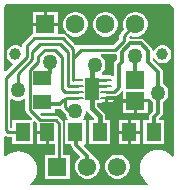
<source format=gtl>
G04*
G04 #@! TF.GenerationSoftware,Altium Limited,Altium Designer,21.2.0 (30)*
G04*
G04 Layer_Physical_Order=1*
G04 Layer_Color=255*
%FSLAX24Y24*%
%MOIN*%
G70*
G04*
G04 #@! TF.SameCoordinates,F2F7C35C-2EFF-4099-9E54-F5DBC4FB75ED*
G04*
G04*
G04 #@! TF.FilePolarity,Positive*
G04*
G01*
G75*
%ADD13C,0.0100*%
%ADD15R,0.0376X0.0095*%
%ADD16C,0.0394*%
G04:AMPARAMS|DCode=17|XSize=37.6mil|YSize=9.5mil|CornerRadius=4.8mil|HoleSize=0mil|Usage=FLASHONLY|Rotation=0.000|XOffset=0mil|YOffset=0mil|HoleType=Round|Shape=RoundedRectangle|*
%AMROUNDEDRECTD17*
21,1,0.0376,0.0000,0,0,0.0*
21,1,0.0281,0.0095,0,0,0.0*
1,1,0.0095,0.0140,0.0000*
1,1,0.0095,-0.0140,0.0000*
1,1,0.0095,-0.0140,0.0000*
1,1,0.0095,0.0140,0.0000*
%
%ADD17ROUNDEDRECTD17*%
%ADD18R,0.0492X0.0610*%
%ADD19R,0.0610X0.0492*%
%ADD20R,0.0610X0.0591*%
%ADD22R,0.0472X0.0748*%
%ADD30C,0.0090*%
%ADD31C,0.0120*%
%ADD32C,0.0130*%
%ADD33C,0.0140*%
%ADD34C,0.0150*%
%ADD35C,0.0610*%
%ADD36R,0.0610X0.0610*%
%ADD37C,0.0630*%
%ADD38R,0.0630X0.0630*%
%ADD39C,0.0500*%
G36*
X34466Y22710D02*
X34523Y22673D01*
X34560Y22616D01*
X34573Y22552D01*
X34573Y22550D01*
Y17655D01*
X34523Y17637D01*
X34484Y17684D01*
X34391Y17760D01*
X34285Y17817D01*
X34170Y17852D01*
X34050Y17864D01*
X33930Y17852D01*
X33815Y17817D01*
X33709Y17760D01*
X33616Y17684D01*
X33540Y17591D01*
X33483Y17485D01*
X33448Y17370D01*
X33436Y17250D01*
X33448Y17130D01*
X33483Y17015D01*
X33540Y16909D01*
X33616Y16816D01*
X33709Y16740D01*
X33732Y16727D01*
X33719Y16677D01*
X29805D01*
X29787Y16727D01*
X29834Y16766D01*
X29910Y16859D01*
X29967Y16965D01*
X30002Y17080D01*
X30014Y17200D01*
X30002Y17320D01*
X29967Y17435D01*
X29910Y17541D01*
X29834Y17634D01*
X29741Y17710D01*
X29635Y17767D01*
X29520Y17802D01*
X29400Y17814D01*
X29280Y17802D01*
X29165Y17767D01*
X29059Y17710D01*
X28977Y17644D01*
X28927Y17660D01*
Y18291D01*
X28977Y18318D01*
X28991Y18309D01*
X29050Y18297D01*
X29200D01*
Y18045D01*
X29893D01*
Y18789D01*
X29943Y18809D01*
X30006Y18746D01*
X30007Y18745D01*
Y18500D01*
X30354D01*
Y18450D01*
X30404D01*
Y18045D01*
X30602D01*
Y17705D01*
X30295D01*
Y16895D01*
X31105D01*
Y17705D01*
X30898D01*
Y18739D01*
X30887Y18796D01*
X30855Y18844D01*
X30743Y18955D01*
X30696Y18987D01*
X30639Y18998D01*
X30172D01*
X30116Y19054D01*
X30135Y19100D01*
X30605D01*
Y19232D01*
X30800D01*
X30819Y19236D01*
X30848Y19193D01*
X30955Y19086D01*
X30974Y19015D01*
X31020Y18935D01*
X31050Y18905D01*
X31029Y18855D01*
X30954D01*
Y18045D01*
X31154D01*
Y18022D01*
X31168Y17956D01*
X31205Y17900D01*
X31455Y17650D01*
X31451Y17624D01*
X31376Y17549D01*
X31322Y17456D01*
X31295Y17353D01*
Y17247D01*
X31322Y17144D01*
X31376Y17051D01*
X31451Y16976D01*
X31544Y16922D01*
X31647Y16895D01*
X31753D01*
X31856Y16922D01*
X31949Y16976D01*
X32024Y17051D01*
X32078Y17144D01*
X32105Y17247D01*
Y17353D01*
X32078Y17456D01*
X32024Y17549D01*
X31949Y17624D01*
X31869Y17670D01*
X31860Y17716D01*
X31823Y17773D01*
X31596Y17999D01*
X31616Y18045D01*
X31646D01*
Y18855D01*
X31571D01*
X31550Y18905D01*
X31580Y18935D01*
X31626Y19015D01*
X31650Y19104D01*
Y19144D01*
X31700Y19159D01*
X31724Y19124D01*
X31929Y18919D01*
Y18855D01*
X31761D01*
Y18045D01*
X32453D01*
Y18855D01*
X32286D01*
Y18993D01*
X32286Y18993D01*
X32272Y19061D01*
X32233Y19119D01*
X32028Y19324D01*
Y19426D01*
X32186D01*
Y19449D01*
X32193Y19454D01*
X32283D01*
Y19605D01*
X32333D01*
Y19651D01*
X32474D01*
X32488Y19654D01*
X32599D01*
X32599Y19654D01*
X32604Y19655D01*
X32615D01*
X32614Y19657D01*
X32655Y19665D01*
X32703Y19697D01*
X32805Y19798D01*
X32810Y19799D01*
X32845Y19823D01*
X32871Y19815D01*
X32895Y19800D01*
Y19546D01*
X33705D01*
Y19572D01*
X33755Y19586D01*
X33770Y19560D01*
X33835Y19495D01*
X33887Y19465D01*
Y19168D01*
X33788Y19069D01*
X33753Y19016D01*
X33740Y18954D01*
Y18855D01*
X33557D01*
Y18045D01*
X34250D01*
Y18855D01*
X34107D01*
X34086Y18905D01*
X34165Y18985D01*
X34201Y19038D01*
X34213Y19100D01*
Y19465D01*
X34265Y19495D01*
X34330Y19560D01*
X34376Y19640D01*
X34400Y19729D01*
Y19821D01*
X34376Y19910D01*
X34330Y19990D01*
X34265Y20055D01*
X34213Y20085D01*
Y20450D01*
X34201Y20512D01*
X34165Y20565D01*
X33873Y20858D01*
Y20930D01*
X33923Y20936D01*
X33923Y20935D01*
X33962Y20868D01*
X34018Y20812D01*
X34085Y20773D01*
X34161Y20753D01*
X34239D01*
X34315Y20773D01*
X34382Y20812D01*
X34438Y20868D01*
X34477Y20935D01*
X34497Y21011D01*
Y21089D01*
X34477Y21165D01*
X34438Y21232D01*
X34382Y21288D01*
X34315Y21327D01*
X34239Y21347D01*
X34161D01*
X34085Y21327D01*
X34018Y21288D01*
X33962Y21232D01*
X33923Y21165D01*
X33923Y21164D01*
X33873Y21170D01*
X33861Y21232D01*
X33825Y21285D01*
X33585Y21525D01*
X33532Y21561D01*
X33470Y21573D01*
X33130D01*
X33114Y21570D01*
X33105Y21575D01*
X33091Y21625D01*
X33133Y21667D01*
X33140Y21663D01*
X33245Y21635D01*
X33355D01*
X33460Y21663D01*
X33555Y21718D01*
X33632Y21795D01*
X33687Y21890D01*
X33715Y21995D01*
Y22105D01*
X33687Y22210D01*
X33632Y22305D01*
X33555Y22382D01*
X33460Y22437D01*
X33355Y22465D01*
X33245D01*
X33140Y22437D01*
X33045Y22382D01*
X32968Y22305D01*
X32913Y22210D01*
X32885Y22105D01*
Y21995D01*
X32913Y21890D01*
X32917Y21883D01*
X32803Y21769D01*
X32770Y21719D01*
X32758Y21661D01*
Y21551D01*
X32560Y21353D01*
X31371D01*
X31348Y21348D01*
X31296Y21354D01*
X31263Y21403D01*
X30978Y21688D01*
X30929Y21721D01*
X30870Y21733D01*
X30715D01*
Y22000D01*
X29885D01*
Y21724D01*
X29871Y21721D01*
X29822Y21688D01*
X29562Y21428D01*
X29529Y21379D01*
X29517Y21320D01*
Y21318D01*
X29467Y21296D01*
X29415Y21327D01*
X29339Y21347D01*
X29261D01*
X29185Y21327D01*
X29118Y21288D01*
X29062Y21232D01*
X29023Y21165D01*
X29003Y21089D01*
Y21011D01*
X29023Y20935D01*
X29062Y20868D01*
X29118Y20812D01*
X29185Y20773D01*
X29198Y20770D01*
X29211Y20722D01*
X28974Y20484D01*
X28927Y20504D01*
Y22600D01*
X28928D01*
X28937Y22647D01*
X28963Y22687D01*
X29003Y22713D01*
X29050Y22722D01*
Y22723D01*
X34400D01*
X34402Y22723D01*
X34466Y22710D01*
D02*
G37*
G36*
X32687Y21009D02*
Y20868D01*
X32632Y20813D01*
X32597Y20760D01*
X32584Y20697D01*
Y20359D01*
X32534Y20333D01*
X32532Y20334D01*
X32474Y20346D01*
X32193D01*
X32186Y20351D01*
Y20374D01*
X32177D01*
X32173Y20390D01*
X32169Y20424D01*
X32230Y20485D01*
X32276Y20565D01*
X32300Y20654D01*
Y20746D01*
X32276Y20835D01*
X32230Y20915D01*
X32165Y20980D01*
X32135Y20997D01*
X32149Y21047D01*
X32623D01*
X32637Y21050D01*
X32687Y21009D01*
D02*
G37*
G36*
X29629Y19544D02*
Y19185D01*
X29640Y19128D01*
X29672Y19080D01*
X29847Y18905D01*
X29826Y18855D01*
X29200D01*
Y18603D01*
X29128D01*
Y19536D01*
X29178Y19560D01*
X29240Y19524D01*
X29329Y19500D01*
X29421D01*
X29510Y19524D01*
X29579Y19563D01*
X29629Y19544D01*
D02*
G37*
%LPC*%
G36*
X30715Y22465D02*
X30350D01*
Y22100D01*
X30715D01*
Y22465D01*
D02*
G37*
G36*
X30250D02*
X29885D01*
Y22100D01*
X30250D01*
Y22465D01*
D02*
G37*
G36*
X32355D02*
X32245D01*
X32140Y22437D01*
X32045Y22382D01*
X31968Y22305D01*
X31913Y22210D01*
X31885Y22105D01*
Y21995D01*
X31913Y21890D01*
X31968Y21795D01*
X32045Y21718D01*
X32140Y21663D01*
X32245Y21635D01*
X32355D01*
X32460Y21663D01*
X32555Y21718D01*
X32632Y21795D01*
X32687Y21890D01*
X32715Y21995D01*
Y22105D01*
X32687Y22210D01*
X32632Y22305D01*
X32555Y22382D01*
X32460Y22437D01*
X32355Y22465D01*
D02*
G37*
G36*
X31355D02*
X31245D01*
X31140Y22437D01*
X31045Y22382D01*
X30968Y22305D01*
X30913Y22210D01*
X30885Y22105D01*
Y21995D01*
X30913Y21890D01*
X30968Y21795D01*
X31045Y21718D01*
X31140Y21663D01*
X31245Y21635D01*
X31355D01*
X31460Y21663D01*
X31555Y21718D01*
X31632Y21795D01*
X31687Y21890D01*
X31715Y21995D01*
Y22105D01*
X31687Y22210D01*
X31632Y22305D01*
X31555Y22382D01*
X31460Y22437D01*
X31355Y22465D01*
D02*
G37*
G36*
X32615Y19555D02*
X32383D01*
Y19454D01*
X32474D01*
X32532Y19466D01*
X32580Y19498D01*
X32613Y19547D01*
X32615Y19555D01*
D02*
G37*
G36*
X33705Y19446D02*
X33350D01*
Y19100D01*
X33705D01*
Y19446D01*
D02*
G37*
G36*
X33250D02*
X32895D01*
Y19100D01*
X33250D01*
Y19446D01*
D02*
G37*
G36*
X33443Y18855D02*
X33146D01*
Y18500D01*
X33443D01*
Y18855D01*
D02*
G37*
G36*
X33046D02*
X32750D01*
Y18500D01*
X33046D01*
Y18855D01*
D02*
G37*
G36*
X33443Y18400D02*
X33146D01*
Y18045D01*
X33443D01*
Y18400D01*
D02*
G37*
G36*
X33046D02*
X32750D01*
Y18045D01*
X33046D01*
Y18400D01*
D02*
G37*
G36*
X30304D02*
X30007D01*
Y18045D01*
X30304D01*
Y18400D01*
D02*
G37*
G36*
X32753Y17705D02*
X32647D01*
X32544Y17678D01*
X32451Y17624D01*
X32376Y17549D01*
X32322Y17456D01*
X32295Y17353D01*
Y17247D01*
X32322Y17144D01*
X32376Y17051D01*
X32451Y16976D01*
X32544Y16922D01*
X32647Y16895D01*
X32753D01*
X32856Y16922D01*
X32949Y16976D01*
X33024Y17051D01*
X33078Y17144D01*
X33105Y17247D01*
Y17353D01*
X33078Y17456D01*
X33024Y17549D01*
X32949Y17624D01*
X32856Y17678D01*
X32753Y17705D01*
D02*
G37*
%LPD*%
D13*
X31230Y20198D02*
Y20930D01*
Y21220D01*
Y20930D02*
X31500Y21200D01*
X30870Y21580D02*
X31230Y21220D01*
X31500Y21200D02*
X32623D01*
X32911Y21488D02*
Y21661D01*
X33300Y22050D01*
X32623Y21200D02*
X32911Y21488D01*
X28975Y18525D02*
Y20269D01*
Y18525D02*
X29050Y18450D01*
X29546D01*
X28975Y20269D02*
X29670Y20964D01*
Y21320D02*
X29930Y21580D01*
X29670Y20964D02*
Y21320D01*
X29930Y21580D02*
X30870D01*
D15*
X31367Y20195D02*
D03*
D16*
X29300Y21050D02*
D03*
X34200D02*
D03*
D17*
X32333Y20195D02*
D03*
Y19998D02*
D03*
Y19802D02*
D03*
Y19605D02*
D03*
X31367D02*
D03*
Y19802D02*
D03*
Y19998D02*
D03*
D18*
X30354Y18450D02*
D03*
X29546D02*
D03*
X33096D02*
D03*
X33904D02*
D03*
X31300D02*
D03*
X32107D02*
D03*
D19*
X30200Y20254D02*
D03*
Y19446D02*
D03*
D20*
X33300Y19496D02*
D03*
Y20204D02*
D03*
D22*
X31850Y19900D02*
D03*
D30*
X30845Y19905D02*
X30948Y19802D01*
X30845Y19905D02*
Y20964D01*
X31035Y20007D02*
Y21120D01*
Y20007D02*
X31043Y19998D01*
X30770Y21385D02*
X31035Y21120D01*
X29375Y19850D02*
Y20394D01*
X29776Y19185D02*
X30111Y18850D01*
X29375Y20394D02*
X29865Y20884D01*
X29776Y19185D02*
Y20526D01*
X30055Y20805D01*
X29865Y20884D02*
Y21131D01*
X30111Y18850D02*
X30639D01*
X30119Y21385D02*
X30770D01*
X30269Y21195D02*
X30614D01*
X29865Y21131D02*
X30119Y21385D01*
X30055Y20981D02*
X30269Y21195D01*
X30614D02*
X30845Y20964D01*
X30055Y20805D02*
Y20981D01*
X31043Y19998D02*
X31367D01*
X30750Y17350D02*
Y18739D01*
X30639Y18850D02*
X30750Y18739D01*
X30700Y17300D02*
X30750Y17350D01*
X31850Y19900D02*
X31948Y19998D01*
X32333D01*
X31850Y20150D02*
X31895Y20195D01*
X32333D01*
X30952Y19552D02*
X31005Y19605D01*
X30900Y19500D02*
X30952Y19552D01*
Y19298D02*
X31163Y19087D01*
X31237D01*
X31300Y19150D01*
X30952Y19298D02*
Y19552D01*
X30948Y19802D02*
X31367D01*
X31005Y19605D02*
X31367D01*
X32333D02*
X32475D01*
X32480Y19600D01*
X32750D01*
X32333Y19802D02*
X32599D01*
X32747Y19950D01*
D31*
X34050Y19100D02*
Y19775D01*
Y20450D01*
X33710Y20790D02*
X34050Y20450D01*
X33904Y18954D02*
X34050Y19100D01*
X33130Y21410D02*
X33470D01*
X32850Y21130D02*
X33130Y21410D01*
X33710Y20790D02*
Y21170D01*
X33300Y20204D02*
Y21000D01*
X33470Y21410D02*
X33710Y21170D01*
X32850Y20800D02*
Y21130D01*
X32747Y19950D02*
Y20697D01*
X32850Y20800D01*
X33904Y18450D02*
Y18954D01*
D32*
X30354Y18450D02*
X30500Y18304D01*
X30259Y20254D02*
X30440Y20435D01*
Y20790D01*
X30200Y20254D02*
X30259D01*
X30440Y20790D02*
X30450Y20800D01*
X30800Y19400D02*
X30900Y19500D01*
X30246Y19400D02*
X30800D01*
X32854Y19496D02*
X33300D01*
X32750Y19600D02*
X32854Y19496D01*
X30200Y19446D02*
X30246Y19400D01*
D33*
X31700Y17300D02*
Y17650D01*
X31300Y18450D02*
X31328Y18422D01*
Y18022D02*
Y18422D01*
Y18022D02*
X31700Y17650D01*
D34*
X31850Y20150D02*
Y20550D01*
Y19900D02*
Y20150D01*
X31950Y20650D02*
Y20700D01*
X31850Y20550D02*
X31950Y20650D01*
X31850Y19250D02*
Y19900D01*
Y19250D02*
X32107Y18993D01*
Y18450D02*
Y18993D01*
D35*
X32700Y17300D02*
D03*
X31700D02*
D03*
D36*
X30700D02*
D03*
D37*
X33300Y22050D02*
D03*
X32300D02*
D03*
X31300D02*
D03*
D38*
X30300D02*
D03*
D39*
X34050Y19775D02*
D03*
X33300Y21000D02*
D03*
X29375Y19850D02*
D03*
X30450Y20800D02*
D03*
X31950Y20700D02*
D03*
X31300Y19150D02*
D03*
M02*

</source>
